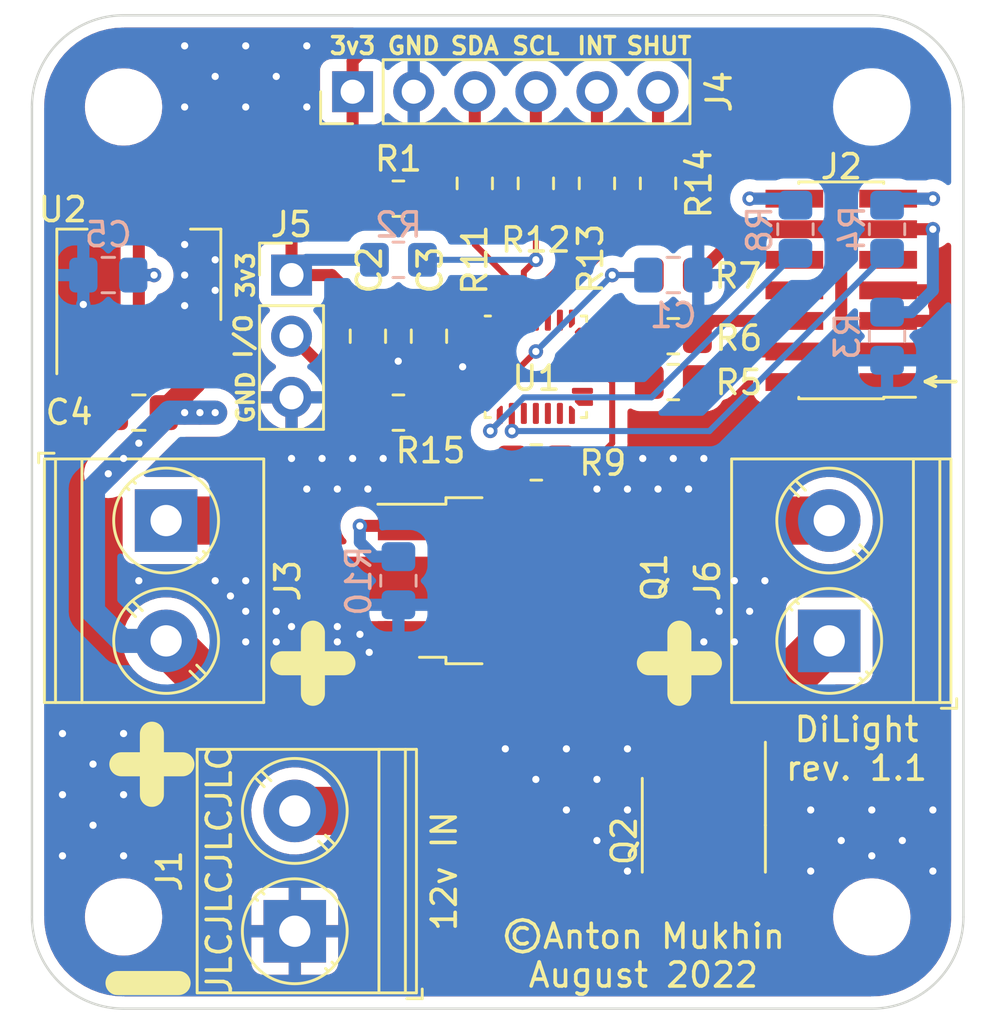
<source format=kicad_pcb>
(kicad_pcb (version 20211014) (generator pcbnew)
  (layers (0 "F.Cu" signal) (31 "B.Cu" signal) (34 "B.Paste" user) (35 "F.Paste" user) (36 "B.SilkS" user "B.Silkscreen") (37 "F.SilkS" user "F.Silkscreen") (38 "B.Mask" user) (39 "F.Mask" user) (44 "Edge.Cuts" user))
  (net 0 "")
  (net 1 "NRST")
  (net 2 "GND")
  (net 3 "+3V3")
  (net 4 "+12V")
  (net 7 "Net-(J2-Pad4)")
  (net 8 "Net-(J2-Pad6)")
  (net 12 "Net-(J2-Pad11)")
  (net 13 "Net-(J2-Pad12)")
  (net 14 "Net-(J2-Pad13)")
  (net 15 "Net-(J2-Pad14)")
  (net 16 "Net-(J5-Pad2)")
  (net 17 "Sens_SDA")
  (net 18 "Sens_SCL")
  (net 19 "UART_RX")
  (net 20 "SWDIO")
  (net 21 "SWCLK")
  (net 22 "UART_TX")
  (net 23 "Net-(R9-Pad1)")
  (net 24 "Sens_INT")
  (net 25 "Sens_SHUT")
  (net 26 "Btn_INT")
  (net 42 "Net-(J3-Pad1)")
  (net 43 "Net-(J4-Pad3)")
  (net 44 "Net-(J4-Pad4)")
  (net 45 "Net-(J4-Pad5)")
  (net 46 "Net-(J4-Pad6)")
  (net 47 "Net-(Q1-Pad1)")
  (net 48 "Net-(Q2-Pad2)")
  (footprint "Capacitor_SMD:C_0805_2012Metric_Pad1.18x1.45mm_HandSolder" (layer "F.Cu") (at 27.305 26.67 -90)
    (fp_text reference "C2" (at -2.748692 -0.061542 90) (layer "F.SilkS"))
    (fp_text value "4u7")
    (pad "1" smd roundrect (at -1.0375 0 270) (size 1.175 1.45) (layers "F.Cu" "F.Paste" "F.Mask") (roundrect_rratio 0.2127659574) (net 3 "+3V3"))
    (pad "2" smd roundrect (at 1.0375 0 270) (size 1.175 1.45) (layers "F.Cu" "F.Paste" "F.Mask") (roundrect_rratio 0.2127659574) (net 2 "GND"))
  )
  (footprint "Resistor_SMD:R_0805_2012Metric_Pad1.20x1.40mm_HandSolder" (layer "F.Cu") (at 40.005 24.13)
    (fp_text reference "R7" (at 2.689273 0.040732) (layer "F.SilkS"))
    (fp_text value "22")
    (pad "1" smd roundrect (at -1 0) (size 1.2 1.4) (layers "F.Cu" "F.Paste" "F.Mask") (roundrect_rratio 0.2083333333) (net 1 "NRST"))
    (pad "2" smd roundrect (at 1 0) (size 1.2 1.4) (layers "F.Cu" "F.Paste" "F.Mask") (roundrect_rratio 0.2083333333) (net 13 "Net-(J2-Pad12)"))
  )
  (footprint "MountingHole:MountingHole_2.2mm_M2_DIN965" (layer "F.Cu") (at 17.145 50.8)
    (fp_text reference "H3" hide)
    (fp_text value "M2")
    (pad "" np_thru_hole circle (at 0 0) (size 2.2 2.2) (drill 2.2) (layers *.Cu *.Mask))
  )
  (footprint "Capacitor_SMD:C_0805_2012Metric_Pad1.18x1.45mm_HandSolder" (layer "F.Cu") (at 17.78 29.845 180)
    (fp_text reference "C4" (at 2.898973 0.009814) (layer "F.SilkS"))
    (fp_text value "10u")
    (pad "1" smd roundrect (at -1.0375 0 180) (size 1.175 1.45) (layers "F.Cu" "F.Paste" "F.Mask") (roundrect_rratio 0.2127659574) (net 4 "+12V"))
    (pad "2" smd roundrect (at 1.0375 0 180) (size 1.175 1.45) (layers "F.Cu" "F.Paste" "F.Mask") (roundrect_rratio 0.2127659574) (net 2 "GND"))
  )
  (footprint "Package_TO_SOT_SMD:SOT-223-3_TabPin2" (layer "F.Cu") (at 17.78 24.13 90)
    (fp_text reference "U2" (at 2.721496 -3.164771 180) (layer "F.SilkS"))
    (fp_text value "AMS1117-3.3")
    (pad "1" smd rect (at -3.15 -2.3 90) (size 2 1.5) (layers "F.Cu" "F.Paste" "F.Mask") (net 2 "GND"))
    (pad "2" smd rect (at -3.15 0 90) (size 2 1.5) (layers "F.Cu" "F.Paste" "F.Mask") (net 3 "+3V3"))
    (pad "2" smd rect (at 3.15 0 90) (size 2 3.8) (layers "F.Cu" "F.Paste" "F.Mask") (net 3 "+3V3"))
    (pad "3" smd rect (at -3.15 2.3 90) (size 2 1.5) (layers "F.Cu" "F.Paste" "F.Mask") (net 4 "+12V"))
  )
  (footprint "Resistor_SMD:R_0805_2012Metric_Pad1.20x1.40mm_HandSolder" (layer "F.Cu") (at 28.575 20.955)
    (fp_text reference "R1" (at 0 -1.65) (layer "F.SilkS"))
    (fp_text value "10k")
    (pad "1" smd roundrect (at -1 0) (size 1.2 1.4) (layers "F.Cu" "F.Paste" "F.Mask") (roundrect_rratio 0.2083333333) (net 3 "+3V3"))
    (pad "2" smd roundrect (at 1 0) (size 1.2 1.4) (layers "F.Cu" "F.Paste" "F.Mask") (roundrect_rratio 0.2083333333) (net 17 "Sens_SDA"))
  )
  (footprint "MountingHole:MountingHole_2.2mm_M2_DIN965" (layer "F.Cu") (at 48.26 50.8)
    (fp_text reference "H4" hide)
    (fp_text value "M2")
    (pad "" np_thru_hole circle (at 0 0) (size 2.2 2.2) (drill 2.2) (layers *.Cu *.Mask))
  )
  (footprint "Resistor_SMD:R_0805_2012Metric_Pad1.20x1.40mm_HandSolder" (layer "F.Cu") (at 34.29 20.32 90)
    (fp_text reference "R12" (at -2.352414 -0.002958 180) (layer "F.SilkS"))
    (fp_text value "100")
    (pad "1" smd roundrect (at -1 0 90) (size 1.2 1.4) (layers "F.Cu" "F.Paste" "F.Mask") (roundrect_rratio 0.2083333333) (net 18 "Sens_SCL"))
    (pad "2" smd roundrect (at 1 0 90) (size 1.2 1.4) (layers "F.Cu" "F.Paste" "F.Mask") (roundrect_rratio 0.2083333333) (net 44 "Net-(J4-Pad4)"))
  )
  (footprint "Connector_PinHeader_2.54mm:PinHeader_1x06_P2.54mm_Vertical" (layer "F.Cu") (at 26.67 16.51 90)
    (fp_text reference "J4" (at 0 15.24 90) (layer "F.SilkS"))
    (fp_text value "Sensor")
    (pad "1" thru_hole rect (at 0 0 90) (size 1.7 1.7) (drill 1) (layers *.Cu *.Mask) (net 3 "+3V3"))
    (pad "2" thru_hole oval (at 0 2.54 90) (size 1.7 1.7) (drill 1) (layers *.Cu *.Mask) (net 2 "GND"))
    (pad "3" thru_hole oval (at 0 5.08 90) (size 1.7 1.7) (drill 1) (layers *.Cu *.Mask) (net 43 "Net-(J4-Pad3)"))
    (pad "4" thru_hole oval (at 0 7.62 90) (size 1.7 1.7) (drill 1) (layers *.Cu *.Mask) (net 44 "Net-(J4-Pad4)"))
    (pad "5" thru_hole oval (at 0 10.16 90) (size 1.7 1.7) (drill 1) (layers *.Cu *.Mask) (net 45 "Net-(J4-Pad5)"))
    (pad "6" thru_hole oval (at 0 12.7 90) (size 1.7 1.7) (drill 1) (layers *.Cu *.Mask) (net 46 "Net-(J4-Pad6)"))
  )
  (footprint "Resistor_SMD:R_0805_2012Metric_Pad1.20x1.40mm_HandSolder" (layer "F.Cu") (at 28.575 29.845)
    (fp_text reference "R15" (at 1.335562 1.583507) (layer "F.SilkS"))
    (fp_text value "100")
    (pad "1" smd roundrect (at -1 0) (size 1.2 1.4) (layers "F.Cu" "F.Paste" "F.Mask") (roundrect_rratio 0.2083333333) (net 16 "Net-(J5-Pad2)"))
    (pad "2" smd roundrect (at 1 0) (size 1.2 1.4) (layers "F.Cu" "F.Paste" "F.Mask") (roundrect_rratio 0.2083333333) (net 26 "Btn_INT"))
  )
  (footprint "Resistor_SMD:R_0805_2012Metric_Pad1.20x1.40mm_HandSolder" (layer "F.Cu") (at 36.83 20.32 90)
    (fp_text reference "R13" (at -3.132788 -0.264265 90) (layer "F.SilkS"))
    (fp_text value "100")
    (pad "1" smd roundrect (at -1 0 90) (size 1.2 1.4) (layers "F.Cu" "F.Paste" "F.Mask") (roundrect_rratio 0.2083333333) (net 24 "Sens_INT"))
    (pad "2" smd roundrect (at 1 0 90) (size 1.2 1.4) (layers "F.Cu" "F.Paste" "F.Mask") (roundrect_rratio 0.2083333333) (net 45 "Net-(J4-Pad5)"))
  )
  (footprint "MountingHole:MountingHole_2.2mm_M2_DIN965" (layer "F.Cu") (at 48.26 17.145)
    (fp_text reference "H2" hide)
    (fp_text value "M2")
    (pad "" np_thru_hole circle (at 0 0) (size 2.2 2.2) (drill 2.2) (layers *.Cu *.Mask))
  )
  (footprint "Connector_PinHeader_2.54mm:PinHeader_1x03_P2.54mm_Vertical" (layer "F.Cu") (at 24.13 24.13)
    (fp_text reference "J5" (at -0.009814 -2.097197) (layer "F.SilkS"))
    (fp_text value "Touch")
    (pad "1" thru_hole rect (at 0 0) (size 1.7 1.7) (drill 1) (layers *.Cu *.Mask) (net 3 "+3V3"))
    (pad "2" thru_hole oval (at 0 2.54) (size 1.7 1.7) (drill 1) (layers *.Cu *.Mask) (net 16 "Net-(J5-Pad2)"))
    (pad "3" thru_hole oval (at 0 5.08) (size 1.7 1.7) (drill 1) (layers *.Cu *.Mask) (net 2 "GND"))
  )
  (footprint "Package_TO_SOT_SMD:TO-252-2" (layer "F.Cu") (at 33.02 36.83)
    (fp_text reference "Q1" (at 6.208229 -0.141771 270) (layer "F.SilkS"))
    (fp_text value "AP2055K")
    (pad "1" smd rect (at -4.2 -2.28) (size 2.2 1.2) (layers "F.Cu" "F.Paste" "F.Mask") (net 47 "Net-(Q1-Pad1)"))
    (pad "2" smd rect (at 2.1 0) (size 6.4 5.8) (layers "F.Cu" "F.Mask") (net 42 "Net-(J3-Pad1)"))
    (pad "3" smd rect (at -4.2 2.28) (size 2.2 1.2) (layers "F.Cu" "F.Paste" "F.Mask") (net 2 "GND"))
  )
  (footprint "TerminalBlock_Phoenix:TerminalBlock_Phoenix_PT-1,5-2-5.0-H_1x02_P5.00mm_Horizontal" (layer "F.Cu") (at 18.915 34.33 -90)
    (fp_text reference "J3" (at 2.5 -5.06 -90) (layer "F.SilkS"))
    (fp_text value "LED strip")
    (pad "1" thru_hole rect (at 0 0 270) (size 2.6 2.6) (drill 1.3) (layers *.Cu *.Mask) (net 42 "Net-(J3-Pad1)"))
    (pad "2" thru_hole circle (at 5 0 270) (size 2.6 2.6) (drill 1.3) (layers *.Cu *.Mask) (net 4 "+12V"))
  )
  (footprint "TerminalBlock_Phoenix:TerminalBlock_Phoenix_PT-1,5-2-5.0-H_1x02_P5.00mm_Horizontal" (layer "F.Cu") (at 46.49 39.33 90)
    (fp_text reference "J6" (at 2.5 -5.06 90) (layer "F.SilkS"))
    (fp_text value "LED strip")
    (pad "1" thru_hole rect (at 0 0 90) (size 2.6 2.6) (drill 1.3) (layers *.Cu *.Mask) (net 4 "+12V"))
    (pad "2" thru_hole circle (at 5 0 90) (size 2.6 2.6) (drill 1.3) (layers *.Cu *.Mask) (net 42 "Net-(J3-Pad1)"))
  )
  (footprint "Capacitor_SMD:C_0805_2012Metric_Pad1.18x1.45mm_HandSolder" (layer "F.Cu") (at 29.845 26.67 -90)
    (fp_text reference "C3" (at -2.748692 -0.049954 90) (layer "F.SilkS"))
    (fp_text value "100n")
    (pad "1" smd roundrect (at -1.0375 0 270) (size 1.175 1.45) (layers "F.Cu" "F.Paste" "F.Mask") (roundrect_rratio 0.2127659574) (net 3 "+3V3"))
    (pad "2" smd roundrect (at 1.0375 0 270) (size 1.175 1.45) (layers "F.Cu" "F.Paste" "F.Mask") (roundrect_rratio 0.2127659574) (net 2 "GND"))
  )
  (footprint "Resistor_SMD:R_0805_2012Metric_Pad1.20x1.40mm_HandSolder" (layer "F.Cu") (at 40.005 28.575)
    (fp_text reference "R5" (at 2.726402 0.019627) (layer "F.SilkS"))
    (fp_text value "22")
    (pad "1" smd roundrect (at -1 0) (size 1.2 1.4) (layers "F.Cu" "F.Paste" "F.Mask") (roundrect_rratio 0.2083333333) (net 20 "SWDIO"))
    (pad "2" smd roundrect (at 1 0) (size 1.2 1.4) (layers "F.Cu" "F.Paste" "F.Mask") (roundrect_rratio 0.2083333333) (net 7 "Net-(J2-Pad4)"))
  )
  (footprint "TerminalBlock_Phoenix:TerminalBlock_Phoenix_PT-1,5-2-5.0-H_1x02_P5.00mm_Horizontal" (layer "F.Cu") (at 24.265 51.395 90)
    (fp_text reference "J1" (at 2.5 -5.215 90) (layer "F.SilkS"))
    (fp_text value "12V IN")
    (pad "1" thru_hole rect (at 0 0 90) (size 2.6 2.6) (drill 1.3) (layers *.Cu *.Mask) (net 2 "GND"))
    (pad "2" thru_hole circle (at 5 0 90) (size 2.6 2.6) (drill 1.3) (layers *.Cu *.Mask) (net 48 "Net-(Q2-Pad2)"))
  )
  (footprint "Resistor_SMD:R_0805_2012Metric_Pad1.20x1.40mm_HandSolder" (layer "F.Cu") (at 39.37 20.32 90)
    (fp_text reference "R14" (at -0.000887 1.701095 90) (layer "F.SilkS"))
    (fp_text value "100")
    (pad "1" smd roundrect (at -1 0 90) (size 1.2 1.4) (layers "F.Cu" "F.Paste" "F.Mask") (roundrect_rratio 0.2083333333) (net 25 "Sens_SHUT"))
    (pad "2" smd roundrect (at 1 0 90) (size 1.2 1.4) (layers "F.Cu" "F.Paste" "F.Mask") (roundrect_rratio 0.2083333333) (net 46 "Net-(J4-Pad6)"))
  )
  (footprint "Package_DFN_QFN:QFN-28_4x4mm_P0.5mm" (layer "F.Cu") (at 34.29 27.94)
    (fp_text reference "U1" (at 0.021872 0.476263) (layer "F.SilkS"))
    (fp_text value "STM32G031G8Ux")
    (pad "1" smd custom (at -1.9975 -1.5) (size 0.136863 0.136863) (layers "F.Cu" "F.Paste" "F.Mask") (options (clearance outline) (anchor circle)) (primitives (gr_poly (pts (xy 0.3325 0.05364) (xy 0.3325 0.08) (xy -0.3325 0.08) (xy -0.3325 -0.08) (xy 0.19886 -0.08)) (width 0.09) (fill yes))))
    (pad "2" smd roundrect (at -1.9375 -1) (size 0.875 0.25) (layers "F.Cu" "F.Paste" "F.Mask"))
    (pad "3" smd roundrect (at -1.9375 -0.5) (size 0.875 0.25) (layers "F.Cu" "F.Paste" "F.Mask") (net 3 "+3V3"))
    (pad "4" smd roundrect (at -1.9375 0) (size 0.875 0.25) (layers "F.Cu" "F.Paste" "F.Mask") (net 2 "GND"))
    (pad "5" smd roundrect (at -1.9375 0.5) (size 0.875 0.25) (layers "F.Cu" "F.Paste" "F.Mask") (net 1 "NRST"))
    (pad "6" smd roundrect (at -1.9375 1) (size 0.875 0.25) (layers "F.Cu" "F.Paste" "F.Mask") (net 26 "Btn_INT"))
    (pad "7" smd custom (at -1.9975 1.5) (size 0.136863 0.136863) (layers "F.Cu" "F.Paste" "F.Mask") (options (clearance outline) (anchor circle)) (primitives (gr_poly (pts (xy 0.3325 -0.05364) (xy 0.19886 0.08) (xy -0.3325 0.08) (xy -0.3325 -0.08) (xy 0.3325 -0.08)) (width 0.09) (fill yes))))
    (pad "8" smd custom (at -1.5 1.9975) (size 0.136863 0.136863) (layers "F.Cu" "F.Paste" "F.Mask") (net 22 "UART_TX") (options (clearance outline) (anchor circle)) (primitives (gr_poly (pts (xy 0.08 0.3325) (xy -0.08 0.3325) (xy -0.08 -0.19886) (xy 0.05364 -0.3325) (xy 0.08 -0.3325)) (width 0.09) (fill yes))))
    (pad "9" smd roundrect (at -1 1.9375) (size 0.25 0.875) (layers "F.Cu" "F.Paste" "F.Mask") (net 19 "UART_RX"))
    (pad "10" smd roundrect (at -0.5 1.9375) (size 0.25 0.875) (layers "F.Cu" "F.Paste" "F.Mask"))
    (pad "11" smd roundrect (at 0 1.9375) (size 0.25 0.875) (layers "F.Cu" "F.Paste" "F.Mask"))
    (pad "12" smd roundrect (at 0.5 1.9375) (size 0.25 0.875) (layers "F.Cu" "F.Paste" "F.Mask"))
    (pad "13" smd roundrect (at 1 1.9375) (size 0.25 0.875) (layers "F.Cu" "F.Paste" "F.Mask"))
    (pad "14" smd custom (at 1.5 1.9975) (size 0.136863 0.136863) (layers "F.Cu" "F.Paste" "F.Mask") (options (clearance outline) (anchor circle)) (primitives (gr_poly (pts (xy 0.08 -0.19886) (xy 0.08 0.3325) (xy -0.08 0.3325) (xy -0.08 -0.3325) (xy -0.05364 -0.3325)) (width 0.09) (fill yes))))
    (pad "15" smd custom (at 1.9975 1.5) (size 0.136863 0.136863) (layers "F.Cu" "F.Paste" "F.Mask") (options (clearance outline) (anchor circle)) (primitives (gr_poly (pts (xy 0.3325 0.08) (xy -0.19886 0.08) (xy -0.3325 -0.05364) (xy -0.3325 -0.08) (xy 0.3325 -0.08)) (width 0.09) (fill yes))))
    (pad "16" smd roundrect (at 1.9375 1) (size 0.875 0.25) (layers "F.Cu" "F.Paste" "F.Mask"))
    (pad "17" smd roundrect (at 1.9375 0.5) (size 0.875 0.25) (layers "F.Cu" "F.Paste" "F.Mask") (net 23 "Net-(R9-Pad1)"))
    (pad "18" smd roundrect (at 1.9375 0) (size 0.875 0.25) (layers "F.Cu" "F.Paste" "F.Mask"))
    (pad "19" smd roundrect (at 1.9375 -0.5) (size 0.875 0.25) (layers "F.Cu" "F.Paste" "F.Mask"))
    (pad "20" smd roundrect (at 1.9375 -1) (size 0.875 0.25) (layers "F.Cu" "F.Paste" "F.Mask") (net 20 "SWDIO"))
    (pad "21" smd custom (at 1.9975 -1.5) (size 0.136863 0.136863) (layers "F.Cu" "F.Paste" "F.Mask") (net 21 "SWCLK") (options (clearance outline) (anchor circle)) (primitives (gr_poly (pts (xy 0.3325 0.08) (xy -0.3325 0.08) (xy -0.3325 0.05364) (xy -0.19886 -0.08) (xy 0.3325 -0.08)) (width 0.09) (fill yes))))
    (pad "22" smd custom (at 1.5 -1.9975) (size 0.136863 0.136863) (layers "F.Cu" "F.Paste" "F.Mask") (options (clearance outline) (anchor circle)) (primitives (gr_poly (pts (xy 0.08 0.19886) (xy -0.05364 0.3325) (xy -0.08 0.3325) (xy -0.08 -0.3325) (xy 0.08 -0.3325)) (width 0.09) (fill yes))))
    (pad "23" smd roundrect (at 1 -1.9375) (size 0.25 0.875) (layers "F.Cu" "F.Paste" "F.Mask"))
    (pad "24" smd roundrect (at 0.5 -1.9375) (size 0.25 0.875) (layers "F.Cu" "F.Paste" "F.Mask") (net 25 "Sens_SHUT"))
    (pad "25" smd roundrect (at 0 -1.9375) (size 0.25 0.875) (layers "F.Cu" "F.Paste" "F.Mask") (net 24 "Sens_INT"))
    (pad "26" smd roundrect (at -0.5 -1.9375) (size 0.25 0.875) (layers "F.Cu" "F.Paste" "F.Mask") (net 18 "Sens_SCL"))
    (pad "27" smd roundrect (at -1 -1.9375) (size 0.25 0.875) (layers "F.Cu" "F.Paste" "F.Mask") (net 17 "Sens_SDA"))
    (pad "28" smd custom (at -1.5 -1.9975) (size 0.136863 0.136863) (layers "F.Cu" "F.Paste" "F.Mask") (options (clearance outline) (anchor circle)) (primitives (gr_poly (pts (xy 0.08 0.3325) (xy 0.05364 0.3325) (xy -0.08 0.19886) (xy -0.08 -0.3325) (xy 0.08 -0.3325)) (width 0.09) (fill yes))))
  )
  (footprint "Resistor_SMD:R_0805_2012Metric_Pad1.20x1.40mm_HandSolder" (layer "F.Cu") (at 34.307381 31.913878 180)
    (fp_text reference "R9" (at -2.767015 -0.029676) (layer "F.SilkS"))
    (fp_text value "100")
    (pad "1" smd roundrect (at -1 0 180) (size 1.2 1.4) (layers "F.Cu" "F.Paste" "F.Mask") (roundrect_rratio 0.2083333333) (net 23 "Net-(R9-Pad1)"))
    (pad "2" smd roundrect (at 1 0 180) (size 1.2 1.4) (layers "F.Cu" "F.Paste" "F.Mask") (roundrect_rratio 0.2083333333) (net 47 "Net-(Q1-Pad1)"))
  )
  (footprint "my_additions:SOP-8_PMOS_GDS" (layer "F.Cu") (at 41.275 46.99 -90)
    (fp_text reference "Q2" (at 0.653413 3.308901 -270) (layer "F.SilkS"))
    (fp_text value "AP4435C")
    (pad "1" smd roundrect (at -2.625 1.905 270) (size 1.65 0.6) (layers "F.Cu" "F.Paste" "F.Mask") (net 2 "GND"))
    (pad "2" smd roundrect (at 2.625 -1.905 270) (size 1.65 0.6) (layers "F.Cu" "F.Paste" "F.Mask") (net 48 "Net-(Q2-Pad2)"))
    (pad "2" smd roundrect (at 2.625 0.635 270) (size 1.65 0.6) (layers "F.Cu" "F.Paste" "F.Mask") (net 48 "Net-(Q2-Pad2)"))
    (pad "2" smd roundrect (at 2.625 -0.635 270) (size 1.65 0.6) (layers "F.Cu" "F.Paste" "F.Mask") (net 48 "Net-(Q2-Pad2)"))
    (pad "2" smd roundrect (at 2.625 1.905 270) (size 1.65 0.6) (layers "F.Cu" "F.Paste" "F.Mask") (net 48 "Net-(Q2-Pad2)"))
    (pad "3" smd roundrect (at -2.625 -1.905 270) (size 1.65 0.6) (layers "F.Cu" "F.Paste" "F.Mask") (net 4 "+12V"))
    (pad "3" smd roundrect (at -2.625 0.635 270) (size 1.65 0.6) (layers "F.Cu" "F.Paste" "F.Mask") (net 4 "+12V"))
    (pad "3" smd roundrect (at -2.625 -0.635 270) (size 1.65 0.6) (layers "F.Cu" "F.Paste" "F.Mask") (net 4 "+12V"))
  )
  (footprint "MountingHole:MountingHole_2.2mm_M2_DIN965" (layer "F.Cu") (at 17.145 17.145)
    (fp_text reference "H1" hide)
    (fp_text value "M2")
    (pad "" np_thru_hole circle (at 0 0) (size 2.2 2.2) (drill 2.2) (layers *.Cu *.Mask))
  )
  (footprint "Connector_PinHeader_1.27mm:PinHeader_2x07_P1.27mm_Vertical_SMD" (layer "F.Cu") (at 46.99 24.765 180)
    (fp_text reference "J2" (at -0.003684 5.138956) (layer "F.SilkS"))
    (fp_text value "ST Link V3")
    (pad "1" smd rect (at -1.95 -3.81 180) (size 2.4 0.74) (layers "F.Cu" "F.Paste" "F.Mask"))
    (pad "2" smd rect (at 1.95 -3.81 180) (size 2.4 0.74) (layers "F.Cu" "F.Paste" "F.Mask"))
    (pad "3" smd rect (at -1.95 -2.54 180) (size 2.4 0.74) (layers "F.Cu" "F.Paste" "F.Mask") (net 3 "+3V3"))
    (pad "4" smd rect (at 1.95 -2.54 180) (size 2.4 0.74) (layers "F.Cu" "F.Paste" "F.Mask") (net 7 "Net-(J2-Pad4)"))
    (pad "5" smd rect (at -1.95 -1.27 180) (size 2.4 0.74) (layers "F.Cu" "F.Paste" "F.Mask") (net 2 "GND"))
    (pad "6" smd rect (at 1.95 -1.27 180) (size 2.4 0.74) (layers "F.Cu" "F.Paste" "F.Mask") (net 8 "Net-(J2-Pad6)"))
    (pad "7" smd rect (at -1.95 0 180) (size 2.4 0.74) (layers "F.Cu" "F.Paste" "F.Mask") (net 2 "GND"))
    (pad "8" smd rect (at 1.95 0 180) (size 2.4 0.74) (layers "F.Cu" "F.Paste" "F.Mask"))
    (pad "9" smd rect (at -1.95 1.27 180) (size 2.4 0.74) (layers "F.Cu" "F.Paste" "F.Mask"))
    (pad "10" smd rect (at 1.95 1.27 180) (size 2.4 0.74) (layers "F.Cu" "F.Paste" "F.Mask"))
    (pad "11" smd rect (at -1.95 2.54 180) (size 2.4 0.74) (layers "F.Cu" "F.Paste" "F.Mask") (net 12 "Net-(J2-Pad11)"))
    (pad "12" smd rect (at 1.95 2.54 180) (size 2.4 0.74) (layers "F.Cu" "F.Paste" "F.Mask") (net 13 "Net-(J2-Pad12)"))
    (pad "13" smd rect (at -1.95 3.81 180) (size 2.4 0.74) (layers "F.Cu" "F.Paste" "F.Mask") (net 14 "Net-(J2-Pad13)"))
    (pad "14" smd rect (at 1.95 3.81 180) (size 2.4 0.74) (layers "F.Cu" "F.Paste" "F.Mask") (net 15 "Net-(J2-Pad14)"))
  )
  (footprint "Resistor_SMD:R_0805_2012Metric_Pad1.20x1.40mm_HandSolder" (layer "F.Cu") (at 40.005 26.67)
    (fp_text reference "R6" (at 2.726402 0.082944) (layer "F.SilkS"))
    (fp_text value "22")
    (pad "1" smd roundrect (at -1 0) (size 1.2 1.4) (layers "F.Cu" "F.Paste" "F.Mask") (roundrect_rratio 0.2083333333) (net 21 "SWCLK"))
    (pad "2" smd roundrect (at 1 0) (size 1.2 1.4) (layers "F.Cu" "F.Paste" "F.Mask") (roundrect_rratio 0.2083333333) (net 8 "Net-(J2-Pad6)"))
  )
  (footprint "Resistor_SMD:R_0805_2012Metric_Pad1.20x1.40mm_HandSolder" (layer "F.Cu") (at 31.75 20.32 90)
    (fp_text reference "R11" (at -3.175 0 270) (layer "F.SilkS"))
    (fp_text value "100")
    (pad "1" smd roundrect (at -1 0 90) (size 1.2 1.4) (layers "F.Cu" "F.Paste" "F.Mask") (roundrect_rratio 0.2083333333) (net 17 "Sens_SDA"))
    (pad "2" smd roundrect (at 1 0 90) (size 1.2 1.4) (layers "F.Cu" "F.Paste" "F.Mask") (roundrect_rratio 0.2083333333) (net 43 "Net-(J4-Pad3)"))
  )
  (footprint "Resistor_SMD:R_0805_2012Metric_Pad1.20x1.40mm_HandSolder" (layer "B.Cu") (at 28.575 36.83 -90)
    (fp_text reference "R10" (at 0 1.65 90) (layer "B.SilkS") (effects (justify mirror)))
    (fp_text value "10k")
    (pad "1" smd roundrect (at -1 0 270) (size 1.2 1.4) (layers "B.Cu" "B.Paste" "B.Mask") (roundrect_rratio 0.2083333333) (net 47 "Net-(Q1-Pad1)"))
    (pad "2" smd roundrect (at 1 0 270) (size 1.2 1.4) (layers "B.Cu" "B.Paste" "B.Mask") (roundrect_rratio 0.2083333333) (net 2 "GND"))
  )
  (footprint "Capacitor_SMD:C_0805_2012Metric_Pad1.18x1.45mm_HandSolder" (layer "B.Cu") (at 40.005 24.13)
    (fp_text reference "C1" (at 0 1.68) (layer "B.SilkS") (effects (justify mirror)))
    (fp_text value "100n")
    (pad "1" smd roundrect (at -1.0375 0) (size 1.175 1.45) (layers "B.Cu" "B.Paste" "B.Mask") (roundrect_rratio 0.2127659574) (net 1 "NRST"))
    (pad "2" smd roundrect (at 1.0375 0) (size 1.175 1.45) (layers "B.Cu" "B.Paste" "B.Mask") (roundrect_rratio 0.2127659574) (net 2 "GND"))
  )
  (footprint "Capacitor_SMD:C_0805_2012Metric_Pad1.18x1.45mm_HandSolder" (layer "B.Cu") (at 16.51 24.13 180)
    (fp_text reference "C5" (at 0 1.68) (layer "B.SilkS") (effects (justify mirror)))
    (fp_text value "10u")
    (pad "1" smd roundrect (at -1.0375 0 180) (size 1.175 1.45) (layers "B.Cu" "B.Paste" "B.Mask") (roundrect_rratio 0.2127659574) (net 3 "+3V3"))
    (pad "2" smd roundrect (at 1.0375 0 180) (size 1.175 1.45) (layers "B.Cu" "B.Paste" "B.Mask") (roundrect_rratio 0.2127659574) (net 2 "GND"))
  )
  (footprint "Resistor_SMD:R_0805_2012Metric_Pad1.20x1.40mm_HandSolder" (layer "B.Cu") (at 48.895 26.67 -90)
    (fp_text reference "R3" (at 0 1.65 90) (layer "B.SilkS") (effects (justify mirror)))
    (fp_text value "100")
    (pad "1" smd roundrect (at -1 0 270) (size 1.2 1.4) (layers "B.Cu" "B.Paste" "B.Mask") (roundrect_rratio 0.2083333333) (net 12 "Net-(J2-Pad11)"))
    (pad "2" smd roundrect (at 1 0 270) (size 1.2 1.4) (layers "B.Cu" "B.Paste" "B.Mask") (roundrect_rratio 0.2083333333) (net 2 "GND"))
  )
  (footprint "Resistor_SMD:R_0805_2012Metric_Pad1.20x1.40mm_HandSolder" (layer "B.Cu") (at 48.895 22.225 -90)
    (fp_text reference "R4" (at -0.020515 1.437367 90) (layer "B.SilkS") (effects (justify mirror)))
    (fp_text value "22")
    (pad "1" smd roundrect (at -1 0 270) (size 1.2 1.4) (layers "B.Cu" "B.Paste" "B.Mask") (roundrect_rratio 0.2083333333) (net 14 "Net-(J2-Pad13)"))
    (pad "2" smd roundrect (at 1 0 270) (size 1.2 1.4) (layers "B.Cu" "B.Paste" "B.Mask") (roundrect_rratio 0.2083333333) (net 19 "UART_RX"))
  )
  (footprint "Resistor_SMD:R_0805_2012Metric_Pad1.20x1.40mm_HandSolder" (layer "B.Cu") (at 45.085 22.225 90)
    (fp_text reference "R8" (at -0.0107 -1.487618 90) (layer "B.SilkS") (effects (justify mirror)))
    (fp_text value "22")
    (pad "1" smd roundrect (at -1 0 90) (size 1.2 1.4) (layers "B.Cu" "B.Paste" "B.Mask") (roundrect_rratio 0.2083333333) (net 22 "UART_TX"))
    (pad "2" smd roundrect (at 1 0 90) (size 1.2 1.4) (layers "B.Cu" "B.Paste" "B.Mask") (roundrect_rratio 0.2083333333) (net 15 "Net-(J2-Pad14)"))
  )
  (footprint "Resistor_SMD:R_0805_2012Metric_Pad1.20x1.40mm_HandSolder" (layer "B.Cu") (at 28.575 23.495)
    (fp_text reference "R2" (at 0 -1.446294) (layer "B.SilkS") (effects (justify mirror)))
    (fp_text value "10k")
    (pad "1" smd roundrect (at -1 0) (size 1.2 1.4) (layers "B.Cu" "B.Paste" "B.Mask") (roundrect_rratio 0.2083333333) (net 3 "+3V3"))
    (pad "2" smd roundrect (at 1 0) (size 1.2 1.4) (layers "B.Cu" "B.Paste" "B.Mask") (roundrect_rratio 0.2083333333) (net 18 "Sens_SCL"))
  )
  (gr_line (start 38.989 40.259) (end 41.529 40.259) (layer "F.SilkS") (width 1))
  (gr_line (start 16.893208 53.546343) (end 19.433208 53.546343) (layer "F.SilkS") (width 1))
  (gr_line (start 40.259 38.989) (end 40.259 41.529) (layer "F.SilkS") (width 1))
  (gr_line (start 23.749 40.259) (end 26.289 40.259) (layer "F.SilkS") (width 1))
  (gr_line (start 18.323291 43.18655) (end 18.323291 45.72655) (layer "F.SilkS") (width 1))
  (gr_line (start 25.019 38.989) (end 25.019 41.529) (layer "F.SilkS") (width 1))
  (gr_line (start 50.488146 28.55419) (end 51.747149 28.55419) (layer "F.SilkS") (width 0.15))
  (gr_line (start 51.747149 28.55419) (end 50.488146 28.55419) (layer "F.SilkS") (width 0.15))
  (gr_line (start 50.488146 28.55419) (end 50.91475 28.356495) (layer "F.SilkS") (width 0.15))
  (gr_line (start 50.488146 28.55419) (end 50.904345 28.751884) (layer "F.SilkS") (width 0.15))
  (gr_line (start 17.053291 44.45655) (end 19.593291 44.45655) (layer "F.SilkS") (width 1))
  (gr_line (start 50.91475 28.356495) (end 50.488146 28.55419) (layer "F.SilkS") (width 0.15))
  (gr_arc (start 48.26 13.335) (mid 50.954077 14.450923) (end 52.07 17.145) (layer "Edge.Cuts") (width 0.1))
  (gr_arc (start 17.145 54.61) (mid 14.450923 53.494077) (end 13.335 50.8) (layer "Edge.Cuts") (width 0.1))
  (gr_line (start 13.335 17.145) (end 13.335 50.8) (layer "Edge.Cuts") (width 0.1))
  (gr_line (start 52.07 50.8) (end 52.07 17.145) (layer "Edge.Cuts") (width 0.1))
  (gr_arc (start 13.335 17.145) (mid 14.450923 14.450923) (end 17.145 13.335) (layer "Edge.Cuts") (width 0.1))
  (gr_line (start 17.145 54.61) (end 48.26 54.61) (layer "Edge.Cuts") (width 0.1))
  (gr_arc (start 52.07 50.8) (mid 50.954077 53.494077) (end 48.26 54.61) (layer "Edge.Cuts") (width 0.1))
  (gr_line (start 48.26 13.335) (end 17.145 13.335) (layer "Edge.Cuts") (width 0.1))
  (gr_text "3v3" (at 22.225 24.13 90) (layer "F.SilkS") (effects (font (size 0.7 0.7))))
  (gr_text "SDA" (at 31.75 14.605) (layer "F.SilkS") (effects (font (size 0.7 0.7))))
  (gr_text "3v3" (at 26.67 14.605) (layer "F.SilkS") (effects (font (size 0.7 0.7))))
  (gr_text "JLCJLCJLCJLC" (at 21.125727 48.861837 90) (layer "F.SilkS") (effects (font (size 1 1))))
  (gr_text "DiLight\nrev. 1.1" (at 47.625 43.815) (layer "F.SilkS") (effects (font (size 1 1))))
  (gr_text "SCL" (at 34.29 14.605) (layer "F.SilkS") (effects (font (size 0.7 0.7))))
  (gr_text "GND" (at 22.225 29.21 90) (layer "F.SilkS") (effects (font (size 0.7 0.7))))
  (gr_text "INT" (at 36.83 14.605) (layer "F.SilkS") (effects (font (size 0.7 0.7))))
  (gr_text "SHUT" (at 39.405705 14.604999) (layer "F.SilkS") (effects (font (size 0.7 0.7))))
  (gr_text "GND" (at 29.21 14.605) (layer "F.SilkS") (effects (font (size 0.7 0.7))))
  (gr_text "©Anton Mukhin\nAugust 2022" (at 38.761413 52.409623) (layer "F.SilkS") (effects (font (size 1 1))))
  (gr_text "12v IN" (at 30.48 48.895 90) (layer "F.SilkS") (effects (font (size 1 1))))
  (gr_text "I/O" (at 22.129197 26.677369 90) (layer "F.SilkS") (effects (font (size 0.7 0.7))))
  (segment (start 33.155 28.44) (end 34.29 27.305) (width 0.25) (layer "F.Cu") (net 1))
  (segment (start 32.3525 28.44) (end 33.155 28.44) (width 0.25) (layer "F.Cu") (net 1))
  (segment (start 39.005 24.13) (end 37.465 24.13) (width 0.25) (layer "F.Cu") (net 1))
  (via (at 37.465 24.13) (size 0.6) (drill 0.3) (layers "F.Cu" "B.Cu") (net 1))
  (via (at 34.29 27.305) (size 0.6) (drill 0.3) (layers "F.Cu" "B.Cu") (net 1))
  (segment (start 37.465 24.13) (end 38.9675 24.13) (width 0.25) (layer "B.Cu") (net 1))
  (segment (start 34.29 27.305) (end 37.465 24.13) (width 0.25) (layer "B.Cu") (net 1))
  (segment (start 28.824596 39.105404) (end 28.82 39.11) (width 0.5) (layer "F.Cu") (net 2))
  (segment (start 28.055886 39.11) (end 27.360679 39.805207) (width 1.2) (layer "F.Cu") (net 2))
  (segment (start 32.3525 27.94) (end 31.245 27.94) (width 0.25) (layer "F.Cu") (net 2))
  (segment (start 28.82 39.11) (end 27.027363 39.11) (width 1.2) (layer "F.Cu") (net 2))
  (segment (start 30.0775 27.94) (end 29.845 27.7075) (width 0.25) (layer "F.Cu") (net 2))
  (segment (start 27.027363 39.11) (end 26.974621 39.057258) (width 1.2) (layer "F.Cu") (net 2))
  (segment (start 31.245 27.94) (end 30.0775 27.94) (width 0.25) (layer "F.Cu") (net 2))
  (segment (start 28.82 39.11) (end 28.055886 39.11) (width 1.2) (layer "F.Cu") (net 2))
  (segment (start 15.471643 27.271643) (end 15.48 27.28) (width 0.5) (layer "F.Cu") (net 2))
  (segment (start 28.5675 27.7075) (end 29.845 27.7075) (width 0.5) (layer "F.Cu") (net 2))
  (segment (start 27.305 27.7075) (end 28.5675 27.7075) (width 0.5) (layer "F.Cu") (net 2))
  (segment (start 15.471643 25.350936) (end 15.471643 27.271643) (width 0.5) (layer "F.Cu") (net 2))
  (via (at 15.875 44.45) (size 0.6) (drill 0.3) (layers "F.Cu" "B.Cu") (net 2))
  (via (at 39.37 33.02) (size 0.6) (drill 0.3) (layers "F.Cu" "B.Cu") (net 2))
  (via (at 26.974621 39.057258) (size 0.6) (drill 0.3) (layers "F.Cu" "B.Cu") (net 2))
  (via (at 20.955 24.765) (size 0.6) (drill 0.3) (layers "F.Cu" "B.Cu") (net 2))
  (via (at 35.56 43.815) (size 0.6) (drill 0.3) (layers "F.Cu" "B.Cu") (net 2))
  (via (at 41.91 38.1) (size 0.6) (drill 0.3) (layers "F.Cu" "B.Cu") (net 2))
  (via (at 20.955 15.875) (size 0.6) (drill 0.3) (layers "F.Cu" "B.Cu") (net 2))
  (via (at 14.605 48.26) (size 0.6) (drill 0.3) (layers "F.Cu" "B.Cu") (net 2))
  (via (at 26.035 33.02) (size 0.6) (drill 0.3) (layers "F.Cu" "B.Cu") (net 2))
  (via (at 48.26 46.355) (size 0.6) (drill 0.3) (layers "F.Cu" "B.Cu") (net 2))
  (via (at 22.225 14.605) (size 0.6) (drill 0.3) (layers "F.Cu" "B.Cu") (net 2))
  (via (at 19.685 17.145) (size 0.6) (drill 0.3) (layers "F.Cu" "B.Cu") (net 2))
  (via (at 24.13 38.735) (size 0.6) (drill 0.3) (layers "F.Cu" "B.Cu") (net 2))
  (via (at 20.955 23.495) (size 0.6) (drill 0.3) (layers "F.Cu" "B.Cu") (net 2))
  (via (at 24.765 14.605) (size 0.6) (drill 0.3) (layers "F.Cu" "B.Cu") (net 2))
  (via (at 24.13 31.75) (size 0.6) (drill 0.3) (layers "F.Cu" "B.Cu") (net 2))
  (via (at 36.83 47.625) (size 0.6) (drill 0.3) (layers "F.Cu" "B.Cu") (net 2))
  (via (at 27.305 33.02) (size 0.6) (drill 0.3) (layers "F.Cu" "B.Cu") (net 2))
  (via (at 45.72 46.355) (size 0.6) (drill 0.3) (layers "F.Cu" "B.Cu") (net 2))
  (via (at 22.225 17.145) (size 0.6) (drill 0.3) (layers "F.Cu" "B.Cu") (net 2))
  (via (at 23.495 38.1) (size 0.6) (drill 0.3) (layers "F.Cu" "B.Cu") (net 2))
  (via (at 22.225 39.37) (size 0.6) (drill 0.3) (layers "F.Cu" "B.Cu") (net 2))
  (via (at 17.145 48.26) (size 0.6) (drill 0.3) (layers "F.Cu" "B.Cu") (net 2))
  (via (at 17.145 43.18) (size 0.6) (drill 0.3) (layers "F.Cu" "B.Cu") (net 2))
  (via (at 26.035 39.37) (size 0.6) (drill 0.3) (layers "F.Cu" "B.Cu") (net 2))
  (via (at 41.275 31.75) (size 0.6) (drill 0.3) (layers "F.Cu" "B.Cu") (net 2))
  (via (at 27.360679 39.805207) (size 0.6) (drill 0.3) (layers "F.Cu" "B.Cu") (net 2))
  (via (at 41.275 39.37) (size 0.6) (drill 0.3) (layers "F.Cu" "B.Cu") (net 2))
  (via (at 19.685 22.86) (size 0.6) (drill 0.3) (layers "F.Cu" "B.Cu") (net 2))
  (via (at 14.605 45.72) (size 0.6) (drill 0.3) (layers "F.Cu" "B.Cu") (net 2))
  (via (at 23.495 39.37) (size 0.6) (drill 0.3) (layers "F.Cu" "B.Cu") (net 2))
  (via (at 26.67 31.75) (size 0.6) (drill 0.3) (layers "F.Cu" "B.Cu") (net 2))
  (via (at 15.471643 25.350936) (size 0.6) (drill 0.3) (layers "F.Cu" "B.Cu") (net 2))
  (via (at 27.94 31.75) (size 0.6) (drill 0.3) (layers "F.Cu" "B.Cu") (net 2))
  (via (at 34.29 45.085) (size 0.6) (drill 0.3) (layers "F.Cu" "B.Cu") (net 2))
  (via (at 43.815 36.83) (size 0.6) (drill 0.3) (layers "F.Cu" "B.Cu") (net 2))
  (via (at 42.545 39.37) (size 0.6) (drill 0.3) (layers "F.Cu" "B.Cu") (net 2))
  (via (at 35.56 46.355) (size 0.6) (drill 0.3) (layers "F.Cu" "B.Cu") (net 2))
  (via (at 26.035 38.735) (size 0.6) (drill 0.3) (layers "F.Cu" "B.Cu") (net 2))
  (via (at 22.225 38.1) (size 0.6) (drill 0.3) (layers "F.Cu" "B.Cu") (net 2))
  (via (at 23.495 15.875) (size 0.6) (drill 0.3) (layers "F.Cu" "B.Cu") (net 2))
  (via (at 36.83 33.02) (size 0.6) (drill 0.3) (layers "F.Cu" "B.Cu") (net 2))
  (via (at 40.64 33.02) (size 0.6) (drill 0.3) (layers "F.Cu" "B.Cu") (net 2))
  (via (at 31.245 27.94) (size 0.6) (drill 0.3) (layers "F.Cu" "B.Cu") (net 2))
  (via (at 17.145 45.72) (size 0.6) (drill 0.3) (layers "F.Cu" "B.Cu") (net 2))
  (via (at 50.8 48.895) (size 0.6) (drill 0.3) (layers "F.Cu" "B.Cu") (net 2))
  (via (at 38.1 43.815) (size 0.6) (drill 0.3) (layers "F.Cu" "B.Cu") (net 2))
  (via (at 49.53 47.625) (size 0.6) (drill 0.3) (layers "F.Cu" "B.Cu") (net 2))
  (via (at 36.83 45.085) (size 0.6) (drill 0.3) (layers "F.Cu" "B.Cu") (net 2))
  (via (at 19.685 24.13) (size 0.6) (drill 0.3) (layers "F.Cu" "B.Cu") (net 2))
  (via (at 38.1 48.895) (size 0.6) (drill 0.3) (layers "F.Cu" "B.Cu") (net 2))
  (via (at 24.765 33.02) (size 0.6) (drill 0.3) (layers "F.Cu" "B.Cu") (net 2))
  (via (at 38.1 46.355) (size 0.6) (drill 0.3) (layers "F.Cu" "B.Cu") (net 2))
  (via (at 21.59 37.465) (size 0.6) (drill 0.3) (layers "F.Cu" "B.Cu") (net 2))
  (via (at 22.225 36.83) (size 0.6) (drill 0.3) (layers "F.Cu" "B.Cu") (net 2))
  (via (at 50.8 46.355) (size 0.6) (drill 0.3) (layers "F.Cu" "B.Cu") (net 2))
  (via (at 45.72 48.895) (size 0.6) (drill 0.3) (layers "F.Cu" "B.Cu") (net 2))
  (via (at 24.765 17.145) (size 0.6) (drill 0.3) (layers "F.Cu" "B.Cu") (net 2))
  (via (at 38.1 33.02) (size 0.6) (drill 0.3) (layers "F.Cu" "B.Cu") (net 2))
  (via (at 19.685 25.4) (size 0.6) (drill 0.3) (layers "F.Cu" "B.Cu") (net 2))
  (via (at 15.875 46.99) (size 0.6) (drill 0.3) (layers "F.Cu" "B.Cu") (net 2))
  (via (at 40.005 31.75) (size 0.6) (drill 0.3) (layers "F.Cu" "B.Cu") (net 2))
  (via (at 42.545 36.83) (size 0.6) (drill 0.3) (layers "F.Cu" "B.Cu") (net 2))
  (via (at 48.26 48.26) (size 0.6) (drill 0.3) (layers "F.Cu" "B.Cu") (net 2))
  (via (at 43.18 38.1) (size 0.6) (drill 0.3) (layers "F.Cu" "B.Cu") (net 2))
  (via (at 20.955 36.83) (size 0.6) (drill 0.3) (layers "F.Cu" "B.Cu") (net 2))
  (via (at 28.5675 27.7075) (size 0.6) (drill 0.3) (layers "F.Cu" "B.Cu") (net 2))
  (via (at 14.605 43.18) (size 0.6) (drill 0.3) (layers "F.Cu" "B.Cu") (net 2))
  (via (at 25.4 31.75) (size 0.6) (drill 0.3) (layers "F.Cu" "B.Cu") (net 2))
  (via (at 33.02 43.815) (size 0.6) (drill 0.3) (layers "F.Cu" "B.Cu") (net 2))
  (via (at 38.735 31.75) (size 0.6) (drill 0.3) (layers "F.Cu" "B.Cu") (net 2))
  (via (at 17.78 36.83) (size 0.6) (drill 0.3) (layers "F.Cu" "B.Cu") (net 2))
  (via (at 19.685 14.605) (size 0.6) (drill 0.3) (layers "F.Cu" "B.Cu") (net 2))
  (via (at 46.99 47.625) (size 0.6) (drill 0.3) (layers "F.Cu" "B.Cu") (net 2))
  (segment (start 15.4725 24.13) (end 15.4725 25.350079) (width 0.5) (layer "B.Cu") (net 2))
  (segment (start 15.4725 25.350079) (end 15.471643 25.350936) (width 0.5) (layer "B.Cu") (net 2))
  (segment (start 30.059492 25.6325) (end 29.845 25.6325) (width 0.25) (layer "F.Cu") (net 3))
  (segment (start 47.625 27.305) (end 46.99 26.67) (width 0.5) (layer "F.Cu") (net 3))
  (segment (start 24.155 20.98) (end 27.55 20.98) (width 0.5) (layer "F.Cu") (net 3))
  (segment (start 46.99 26.67) (end 46.99 20.435) (width 0.5) (layer "F.Cu") (net 3))
  (segment (start 27.305 14.605) (end 26.67 15.24) (width 0.5) (layer "F.Cu") (net 3))
  (segment (start 17.78 20.98) (end 17.78 24.13) (width 0.5) (layer "F.Cu") (net 3))
  (segment (start 41.16 14.605) (end 27.305 14.605) (width 0.5) (layer "F.Cu") (net 3))
  (segment (start 31.866992 27.44) (end 30.059492 25.6325) (width 0.25) (layer "F.Cu") (net 3))
  (segment (start 17.78 24.13) (end 18.415 24.13) (width 0.5) (layer "F.Cu") (net 3))
  (segment (start 27.55 20.98) (end 27.575 20.955) (width 0.5) (layer "F.Cu") (net 3))
  (segment (start 17.78 24.13) (end 17.78 27.28) (width 0.5) (layer "F.Cu") (net 3))
  (segment (start 27.575 19.32) (end 26.67 18.415) (width 0.5) (layer "F.Cu") (net 3))
  (segment (start 32.3525 27.44) (end 31.866992 27.44) (width 0.25) (layer "F.Cu") (net 3))
  (segment (start 26.67 15.24) (end 26.67 16.51) (width 0.5) (layer "F.Cu") (net 3))
  (segment (start 24.13 21.005) (end 24.155 20.98) (width 0.5) (layer "F.Cu") (net 3))
  (segment (start 26.67 18.415) (end 26.67 16.51) (width 0.5) (layer "F.Cu") (net 3))
  (segment (start 46.99 20.435) (end 41.16 14.605) (width 0.5) (layer "F.Cu") (net 3))
  (segment (start 25.8025 24.13) (end 27.305 25.6325) (width 0.5) (layer "F.Cu") (net 3))
  (segment (start 24.13 24.13) (end 25.8025 24.13) (width 0.5) (layer "F.Cu") (net 3))
  (segment (start 27.305 25.6325) (end 29.845 25.6325) (width 0.5) (layer "F.Cu") (net 3))
  (segment (start 24.13 24.13) (end 24.13 21.005) (width 0.5) (layer "F.Cu") (net 3))
  (segment (start 17.78 20.98) (end 24.155 20.98) (width 0.5) (layer "F.Cu") (net 3))
  (segment (start 27.575 20.955) (end 27.575 19.32) (width 0.5) (layer "F.Cu") (net 3))
  (segment (start 48.94 27.305) (end 47.625 27.305) (width 0.5) (layer "F.Cu") (net 3))
  (via (at 18.415 24.13) (size 0.6) (drill 0.3) (layers "F.Cu" "B.Cu") (net 3))
  (segment (start 18.415 24.13) (end 17.5475 24.13) (width 0.5) (layer "B.Cu") (net 3))
  (segment (start 27.575 23.495) (end 24.765 23.495) (width 0.5) (layer "B.Cu") (net 3))
  (segment (start 24.765 23.495) (end 24.13 24.13) (width 0.5) (layer "B.Cu") (net 3))
  (segment (start 41.91 44.365) (end 41.91 42.545) (width 0.6) (layer "F.Cu") (net 4))
  (segment (start 46.49 39.33) (end 46.395 39.33) (width 2) (layer "F.Cu") (net 4))
  (segment (start 21.495 41.91) (end 40.64 41.91) (width 2) (layer "F.Cu") (net 4))
  (segment (start 40.64 44.365) (end 40.64 41.91) (width 0.6) (layer "F.Cu") (net 4))
  (segment (start 20.08 27.28) (end 20.08 28.5825) (width 1) (layer "F.Cu") (net 4))
  (segment (start 20.08 28.5825) (end 18.8175 29.845) (width 1) (layer "F.Cu") (net 4))
  (segment (start 18.915 39.33) (end 21.495 41.91) (width 2) (layer "F.Cu") (net 4))
  (segment (start 41.91 42.545) (end 42.545 41.91) (width 0.6) (layer "F.Cu") (net 4))
  (segment (start 16.51 32.385) (end 18.8175 30.0775) (width 1) (layer "F.Cu") (net 4))
  (segment (start 40.64 41.91) (end 42.545 41.91) (width 2) (layer "F.Cu") (net 4))
  (segment (start 18.8175 30.0775) (end 18.8175 29.845) (width 1) (layer "F.Cu") (net 4))
  (segment (start 43.18 44.365) (end 43.18 42.545) (width 0.6) (layer "F.Cu") (net 4))
  (segment (start 43.815 41.91) (end 42.545 41.91) (width 2) (layer "F.Cu") (net 4))
  (segment (start 43.18 42.545) (end 43.815 41.91) (width 0.6) (layer "F.Cu") (net 4))
  (segment (start 46.395 39.33) (end 43.815 41.91) (width 2) (layer "F.Cu") (net 4))
  (segment (start 20.955 29.845) (end 18.8175 29.845) (width 1) (layer "F.Cu") (net 4))
  (via (at 20.32 29.845) (size 0.6) (drill 0.3) (layers "F.Cu" "B.Cu") (net 4))
  (via (at 16.51 32.385) (size 0.6) (drill 0.3) (layers "F.Cu" "B.Cu") (net 4))
  (via (at 17.145 31.75) (size 0.6) (drill 0.3) (layers "F.Cu" "B.Cu") (net 4))
  (via (at 19.685 29.845) (size 0.6) (drill 0.3) (layers "F.Cu" "B.Cu") (net 4))
  (via (at 17.78 31.115) (size 0.6) (drill 0.3) (layers "F.Cu" "B.Cu") (net 4))
  (via (at 20.955 29.845) (size 0.6) (drill 0.3) (layers "F.Cu" "B.Cu") (net 4))
  (segment (start 20.32 29.845) (end 20.955 29.845) (width 1) (layer "B.Cu") (net 4))
  (segment (start 15.875 38.1) (end 15.875 33.02) (width 1) (layer "B.Cu") (net 4))
  (segment (start 19.05 29.845) (end 19.685 29.845) (width 1) (layer "B.Cu") (net 4))
  (segment (start 17.145 31.75) (end 17.78 31.115) (width 1) (layer "B.Cu") (net 4))
  (segment (start 18.915 39.33) (end 17.105 39.33) (width 1) (layer "B.Cu") (net 4))
  (segment (start 17.105 39.33) (end 15.875 38.1) (width 1) (layer "B.Cu") (net 4))
  (segment (start 17.78 31.115) (end 19.05 29.845) (width 1) (layer "B.Cu") (net 4))
  (segment (start 19.685 29.845) (end 20.32 29.845) (width 1) (layer "B.Cu") (net 4))
  (segment (start 16.51 32.385) (end 17.145 31.75) (width 1) (layer "B.Cu") (net 4))
  (segment (start 15.875 33.02) (end 16.51 32.385) (width 1) (layer "B.Cu") (net 4))
  (segment (start 41.91 28.575) (end 41.005 28.575) (width 0.5) (layer "F.Cu") (net 7))
  (segment (start 43.18 27.305) (end 41.91 28.575) (width 0.5) (layer "F.Cu") (net 7))
  (segment (start 45.04 27.305) (end 43.18 27.305) (width 0.5) (layer "F.Cu") (net 7))
  (segment (start 45.04 26.035) (end 41.64 26.035) (width 0.5) (layer "F.Cu") (net 8))
  (segment (start 41.64 26.035) (end 41.005 26.67) (width 0.5) (layer "F.Cu") (net 8))
  (segment (start 48.94 22.225) (end 50.8 22.225) (width 0.5) (layer "F.Cu") (net 12))
  (via (at 50.8 22.225) (size 0.6) (drill 0.3) (layers "F.Cu" "B.Cu") (net 12))
  (segment (start 50.8 24.765) (end 49.895 25.67) (width 0.5) (layer "B.Cu") (net 12))
  (segment (start 50.8 22.225) (end 50.8 24.765) (width 0.5) (layer "B.Cu") (net 12))
  (segment (start 49.895 25.67) (end 48.895 25.67) (width 0.5) (layer "B.Cu") (net 12))
  (segment (start 45.04 22.225) (end 42.91 22.225) (width 0.5) (layer "F.Cu") (net 13))
  (segment (start 42.91 22.225) (end 41.005 24.13) (width 0.5) (layer "F.Cu") (net 13))
  (segment (start 48.94 20.955) (end 50.8 20.955) (width 0.5) (layer "F.Cu") (net 14))
  (via (at 50.8 20.955) (size 0.6) (drill 0.3) (layers "F.Cu" "B.Cu") (net 14))
  (segment (start 49.165 20.955) (end 48.895 21.225) (width 0.5) (layer "B.Cu") (net 14))
  (segment (start 50.8 20.955) (end 49.165 20.955) (width 0.5) (layer "B.Cu") (net 14))
  (segment (start 45.04 20.955) (end 43.18 20.955) (width 0.5) (layer "F.Cu") (net 15))
  (via (at 43.18 20.955) (size 0.6) (drill 0.3) (layers "F.Cu" "B.Cu") (net 15))
  (segment (start 44.815 20.955) (end 45.085 21.225) (width 0.5) (layer "B.Cu") (net 15))
  (segment (start 43.18 20.955) (end 44.815 20.955) (width 0.5) (layer "B.Cu") (net 15))
  (segment (start 27.305 29.845) (end 27.575 29.845) (width 0.5) (layer "F.Cu") (net 16))
  (segment (start 24.13 26.67) (end 27.305 29.845) (width 0.5) (layer "F.Cu") (net 16))
  (segment (start 33.29 26.0025) (end 33.29 24.4) (width 0.25) (layer "F.Cu") (net 17))
  (segment (start 29.94 21.32) (end 29.575 20.955) (width 0.25) (layer "F.Cu") (net 17))
  (segment (start 33.29 24.4) (end 31.75 22.86) (width 0.25) (layer "F.Cu") (net 17))
  (segment (start 31.75 21.32) (end 29.94 21.32) (width 0.25) (layer "F.Cu") (net 17))
  (segment (start 31.75 22.86) (end 31.75 21.32) (width 0.25) (layer "F.Cu") (net 17))
  (segment (start 33.79 23.995) (end 34.29 23.495) (width 0.25) (layer "F.Cu") (net 18))
  (segment (start 34.29 23.495) (end 34.29 21.32) (width 0.25) (layer "F.Cu") (net 18))
  (segment (start 33.79 26.0025) (end 33.79 23.995) (width 0.25) (layer "F.Cu") (net 18))
  (via (at 34.29 23.495) (size 0.6) (drill 0.3) (layers "F.Cu" "B.Cu") (net 18))
  (segment (start 29.575 23.495) (end 34.29 23.495) (width 0.25) (layer "B.Cu") (net 18))
  (segment (start 33.29 29.8775) (end 33.29 30.606287) (width 0.25) (layer "F.Cu") (net 19))
  (segment (start 33.29 30.606287) (end 33.294595 30.610882) (width 0.25) (layer "F.Cu") (net 19))
  (via (at 33.294595 30.610882) (size 0.6) (drill 0.3) (layers "F.Cu" "B.Cu") (net 19))
  (segment (start 33.294595 30.610882) (end 41.509118 30.610882) (width 0.25) (layer "B.Cu") (net 19))
  (segment (start 41.509118 30.610882) (end 48.895 23.225) (width 0.25) (layer "B.Cu") (net 19))
  (segment (start 36.2275 26.94) (end 37.37 26.94) (width 0.25) (layer "F.Cu") (net 20))
  (segment (start 37.37 26.94) (end 39.005 28.575) (width 0.25) (layer "F.Cu") (net 20))
  (segment (start 38.775 26.44) (end 39.005 26.67) (width 0.25) (layer "F.Cu") (net 21))
  (segment (start 36.2875 26.44) (end 38.775 26.44) (width 0.25) (layer "F.Cu") (net 21))
  (segment (start 32.394248 30.606311) (end 32.79 30.210559) (width 0.25) (layer "F.Cu") (net 22))
  (segment (start 32.79 30.210559) (end 32.79 29.9375) (width 0.25) (layer "F.Cu") (net 22))
  (via (at 32.394248 30.606311) (size 0.6) (drill 0.3) (layers "F.Cu" "B.Cu") (net 22))
  (segment (start 33.790559 29.21) (end 39.1 29.21) (width 0.25) (layer "B.Cu") (net 22))
  (segment (start 32.394248 30.606311) (end 33.790559 29.21) (width 0.25) (layer "B.Cu") (net 22))
  (segment (start 39.1 29.21) (end 45.085 23.225) (width 0.25) (layer "B.Cu") (net 22))
  (segment (start 37.465 31.115) (end 36.666122 31.913878) (width 0.25) (layer "F.Cu") (net 23))
  (segment (start 37.465 28.575) (end 37.465 31.115) (width 0.25) (layer "F.Cu") (net 23))
  (segment (start 37.33 28.44) (end 37.465 28.575) (width 0.25) (layer "F.Cu") (net 23))
  (segment (start 36.2275 28.44) (end 37.33 28.44) (width 0.25) (layer "F.Cu") (net 23))
  (segment (start 36.666122 31.913878) (end 35.307381 31.913878) (width 0.25) (layer "F.Cu") (net 23))
  (segment (start 34.29 24.765) (end 36.83 22.225) (width 0.25) (layer "F.Cu") (net 24))
  (segment (start 36.83 22.225) (end 36.83 21.32) (width 0.25) (layer "F.Cu") (net 24))
  (segment (start 34.29 26.0025) (end 34.29 24.765) (width 0.25) (layer "F.Cu") (net 24))
  (segment (start 38.986992 21.32) (end 39.37 21.32) (width 0.25) (layer "F.Cu") (net 25))
  (segment (start 34.79 26.0025) (end 34.79 25.516992) (width 0.25) (layer "F.Cu") (net 25))
  (segment (start 34.79 25.516992) (end 38.986992 21.32) (width 0.25) (layer "F.Cu") (net 25))
  (segment (start 32.3525 28.94) (end 31.385 28.94) (width 0.25) (layer "F.Cu") (net 26))
  (segment (start 31.385 28.94) (end 30.48 29.845) (width 0.25) (layer "F.Cu") (net 26))
  (segment (start 30.48 29.845) (end 29.575 29.845) (width 0.25) (layer "F.Cu") (net 26))
  (segment (start 25.4 36.83) (end 22.9 34.33) (width 2) (layer "F.Cu") (net 42))
  (segment (start 35.12 36.83) (end 25.4 36.83) (width 2) (layer "F.Cu") (net 42))
  (segment (start 35.12 36.83) (end 39.37 36.83) (width 2) (layer "F.Cu") (net 42))
  (segment (start 22.9 34.33) (end 18.915 34.33) (width 2) (layer "F.Cu") (net 42))
  (segment (start 41.87 34.33) (end 46.49 34.33) (width 2) (layer "F.Cu") (net 42))
  (segment (start 39.37 36.83) (end 41.87 34.33) (width 2) (layer "F.Cu") (net 42))
  (segment (start 31.75 19.32) (end 31.75 16.51) (width 0.5) (layer "F.Cu") (net 43))
  (segment (start 34.29 19.32) (end 34.29 16.51) (width 0.5) (layer "F.Cu") (net 44))
  (segment (start 36.83 19.32) (end 36.83 16.51) (width 0.5) (layer "F.Cu") (net 45))
  (segment (start 39.37 19.32) (end 39.37 16.51) (width 0.5) (layer "F.Cu") (net 46))
  (segment (start 30.316122 31.913878) (end 28.82 33.41) (width 0.5) (layer "F.Cu") (net 47))
  (segment (start 26.97453 34.55) (end 26.97204 34.55249) (width 0.5) (layer "F.Cu") (net 47))
  (segment (start 28.82 33.41) (end 28.82 34.55) (width 0.5) (layer "F.Cu") (net 47))
  (segment (start 33.307381 31.913878) (end 30.316122 31.913878) (width 0.5) (layer "F.Cu") (net 47))
  (segment (start 28.82 34.55) (end 26.97453 34.55) (width 0.5) (layer "F.Cu") (net 47))
  (via (at 26.97204 34.55249) (size 0.6) (drill 0.3) (layers "F.Cu" "B.Cu") (net 47))
  (segment (start 26.97204 34.55249) (end 26.97204 35.22704) (width 0.5) (layer "B.Cu") (net 47))
  (segment (start 27.575 35.83) (end 28.575 35.83) (width 0.5) (layer "B.Cu") (net 47))
  (segment (start 26.97204 35.22704) (end 27.575 35.83) (width 0.5) (layer "B.Cu") (net 47))
  (segment (start 40.64 52.07) (end 42.545 52.07) (width 2) (layer "F.Cu") (net 48))
  (segment (start 43.18 51.435) (end 42.545 52.07) (width 0.6) (layer "F.Cu") (net 48))
  (segment (start 43.18 49.615) (end 43.18 51.435) (width 0.6) (layer "F.Cu") (net 48))
  (segment (start 41.91 49.615) (end 41.91 51.435) (width 0.6) (layer "F.Cu") (net 48))
  (segment (start 40.64 49.615) (end 40.64 52.07) (width 0.6) (layer "F.Cu") (net 48))
  (segment (start 39.37 49.615) (end 39.37 52.07) (width 0.6) (layer "F.Cu") (net 48))
  (segment (start 24.265 46.395) (end 32.425 46.395) (width 2) (layer "F.Cu") (net 48))
  (segment (start 38.1 52.07) (end 39.37 52.07) (width 2) (layer "F.Cu") (net 48))
  (segment (start 41.91 51.435) (end 42.545 52.07) (width 0.6) (layer "F.Cu") (net 48))
  (segment (start 39.37 52.07) (end 40.64 52.07) (width 2) (layer "F.Cu") (net 48))
  (segment (start 32.425 46.395) (end 38.1 52.07) (width 2) (layer "F.Cu") (net 48))
  (zone (net 2) (net_name "GND") (layers F&B.Cu) (name "Ground") (connect_pads (clearance 0.508)) (min_thickness 0.254) (fill yes (thermal_gap 0.508) (thermal_bridge_width 0.508) (smoothing fillet) (radius 0.2))
    (polygon (pts (xy 52.705 55.245) (xy 12.7 55.245) (xy 12.7 12.7) (xy 52.705 12.7)))
  )
)
</source>
